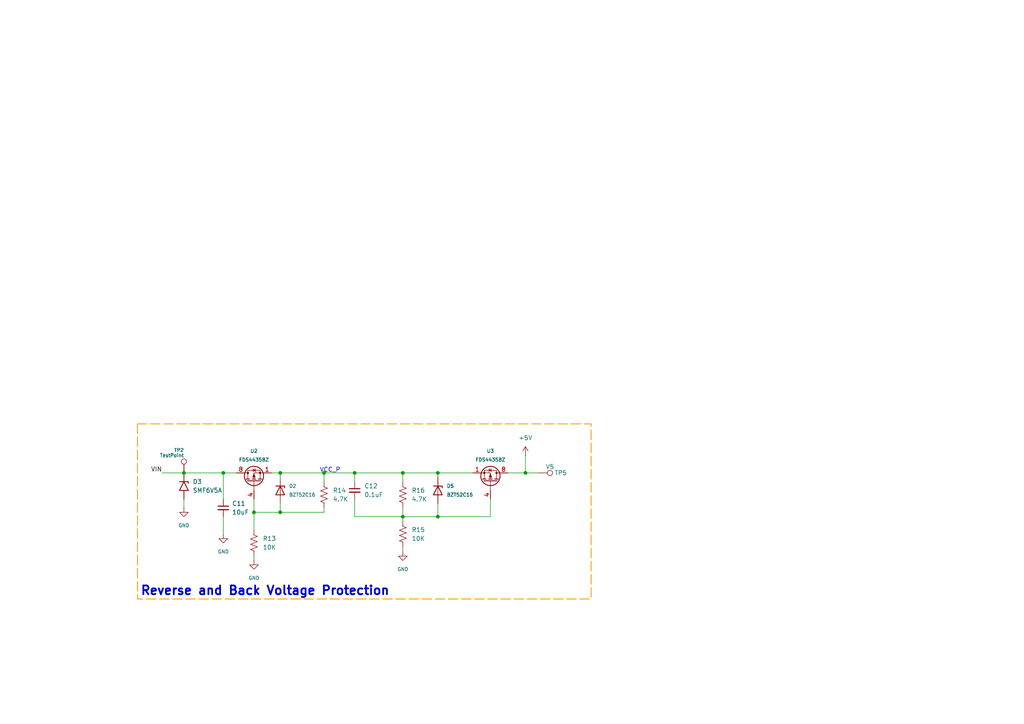
<source format=kicad_sch>
(kicad_sch (version 20250114) (generator "eeschema") (generator_version "9.0")
  (paper "A4")
  (lib_symbols
    (symbol "Connector:TestPoint" (pin_numbers (hide yes)) (pin_names (offset 0.762) (hide yes))
      (property "Reference" "TP" (at 0 6.858 0))
      (property "Value" "TestPoint" (at 0 5.08 0))
      (symbol "TestPoint_0_1"
        (circle (center 0 3.302) (radius 0.762))
      )
      (symbol "TestPoint_1_1"
        (pin passive line (at 0 0 90) (length 2.54) (name "1") (number "1"))
      )
    )
    (symbol "Device:C_Small" (pin_numbers (hide yes)) (pin_names (offset 0.254) (hide yes))
      (property "Reference" "C" (at 0.254 1.778 0))
      (property "Value" "C_Small" (at 0.254 -2.032 0))
      (symbol "C_Small_0_1"
        (polyline (pts (xy -1.524 0.508) (xy 1.524 0.508)) (stroke (width 0.3048)))
        (polyline (pts (xy -1.524 -0.508) (xy 1.524 -0.508)) (stroke (width 0.3302)))
      )
      (symbol "C_Small_1_1"
        (pin passive line (at 0 2.54 270) (length 2.032) (name "~") (number "1"))
        (pin passive line (at 0 -2.54 90) (length 2.032) (name "~") (number "2"))
      )
    )
    (symbol "Device:R_US" (pin_numbers (hide yes)) (pin_names (offset 0))
      (property "Reference" "R" (at 2.54 0 90))
      (property "Value" "R_US" (at -2.54 0 90))
      (symbol "R_US_0_1"
        (polyline (pts (xy 0 2.286) (xy 0 2.54)))
        (polyline (pts (xy 0 2.286) (xy 1.016 1.905) (xy 0 1.524) (xy -1.016 1.143) (xy 0 0.762)))
        (polyline (pts (xy 0 0.762) (xy 1.016 0.381) (xy 0 0) (xy -1.016 -0.381) (xy 0 -0.762)))
        (polyline (pts (xy 0 -0.762) (xy 1.016 -1.143) (xy 0 -1.524) (xy -1.016 -1.905) (xy 0 -2.286)))
        (polyline (pts (xy 0 -2.286) (xy 0 -2.54)))
      )
      (symbol "R_US_1_1"
        (pin passive line (at 0 3.81 270) (length 1.27) (name "~") (number "1"))
        (pin passive line (at 0 -3.81 90) (length 1.27) (name "~") (number "2"))
      )
    )
    (symbol "Diode:BZT52Bxx" (pin_numbers (hide yes)) (pin_names (hide yes))
      (property "Reference" "D" (at 0 2.54 0))
      (property "Value" "BZT52Bxx" (at 0 -2.54 0))
      (symbol "BZT52Bxx_0_1"
        (polyline (pts (xy -1.27 -1.27) (xy -1.27 1.27) (xy -0.762 1.27)) (stroke (width 0.254)))
        (polyline (pts (xy 1.27 0) (xy -1.27 0)))
        (polyline (pts (xy 1.27 -1.27) (xy 1.27 1.27) (xy -1.27 0) (xy 1.27 -1.27)) (stroke (width 0.254)))
      )
      (symbol "BZT52Bxx_1_1"
        (pin passive line (at -3.81 0 0) (length 2.54) (name "K") (number "1"))
        (pin passive line (at 3.81 0 180) (length 2.54) (name "A") (number "2"))
      )
    )
    (symbol "Diode:SMF6V5A" (pin_numbers (hide yes)) (pin_names (offset 1.016) (hide yes))
      (property "Reference" "D" (at 0 2.54 0))
      (property "Value" "SMF6V5A" (at 0 -2.54 0))
      (symbol "SMF6V5A_0_1"
        (polyline (pts (xy -0.762 1.27) (xy -1.27 1.27) (xy -1.27 -1.27)) (stroke (width 0.254)))
        (polyline (pts (xy 1.27 1.27) (xy 1.27 -1.27) (xy -1.27 0) (xy 1.27 1.27)) (stroke (width 0.254)))
      )
      (symbol "SMF6V5A_1_1"
        (pin passive line (at -3.81 0 0) (length 2.54) (name "A1") (number "1"))
        (pin passive line (at 3.81 0 180) (length 2.54) (name "A2") (number "2"))
      )
    )
    (symbol "index:FDS4435BZ" (pin_names (hide yes))
      (property "Reference" "Q" (at 5.08 1.905 0))
      (property "Value" "FDS4435BZ" (at 5.08 0 0))
      (symbol "FDS4435BZ_0_1"
        (polyline (pts (xy 0.254 1.905) (xy 0.254 -1.905)) (stroke (width 0.254)))
        (polyline (pts (xy 0.254 0) (xy -2.54 0)))
        (polyline (pts (xy 0.762 2.286) (xy 0.762 1.27)) (stroke (width 0.254)))
        (polyline (pts (xy 0.762 1.778) (xy 3.302 1.778) (xy 3.302 -1.778) (xy 0.762 -1.778)))
        (polyline (pts (xy 0.762 0.508) (xy 0.762 -0.508)) (stroke (width 0.254)))
        (polyline (pts (xy 0.762 -1.27) (xy 0.762 -2.286)) (stroke (width 0.254)))
        (circle (center 1.651 0) (radius 2.794) (stroke (width 0.254)))
        (polyline (pts (xy 2.286 0) (xy 1.27 0.381) (xy 1.27 -0.381) (xy 2.286 0)) (fill (type outline)))
        (polyline (pts (xy 2.54 2.54) (xy 2.54 1.778)))
        (circle (center 2.54 1.778) (radius 0.254) (fill (type outline)))
        (circle (center 2.54 -1.778) (radius 0.254) (fill (type outline)))
        (polyline (pts (xy 2.54 -2.54) (xy 2.54 0) (xy 0.762 0)))
        (polyline (pts (xy 2.794 -0.508) (xy 2.921 -0.381) (xy 3.683 -0.381) (xy 3.81 -0.254)))
        (polyline (pts (xy 3.302 -0.381) (xy 2.921 0.254) (xy 3.683 0.254) (xy 3.302 -0.381)))
      )
      (symbol "FDS4435BZ_1_1"
        (pin passive line (at -5.08 0 0) (length 2.54) (name "G") (number "4"))
        (pin passive line (at 2.54 5.08 270) (length 2.54) (hide yes) (name "D") (number "5"))
        (pin passive line (at 2.54 5.08 270) (length 2.54) (hide yes) (name "D") (number "6"))
        (pin passive line (at 2.54 5.08 270) (length 2.54) (hide yes) (name "D") (number "7"))
        (pin passive line (at 2.54 5.08 270) (length 2.54) (name "D") (number "8"))
        (pin passive line (at 2.54 -5.08 90) (length 2.54) (name "S") (number "1"))
        (pin passive line (at 2.54 -5.08 90) (length 2.54) (hide yes) (name "S") (number "2"))
        (pin passive line (at 2.54 -5.08 90) (length 2.54) (hide yes) (name "S") (number "3"))
      )
    )
    (symbol "power:+5V" (power) (pin_numbers (hide yes)) (pin_names (offset 0) (hide yes))
      (property "Value" "+5V" (at 0 3.556 0))
      (symbol "+5V_0_1"
        (polyline (pts (xy -0.762 1.27) (xy 0 2.54)))
        (polyline (pts (xy 0 2.54) (xy 0.762 1.27)))
        (polyline (pts (xy 0 0) (xy 0 2.54)))
      )
      (symbol "+5V_1_1"
        (pin power_in line (at 0 0 90) (length 0) (name "~") (number "1"))
      )
    )
    (symbol "power:GND" (power) (pin_numbers (hide yes)) (pin_names (offset 0) (hide yes))
      (property "Value" "GND" (at 0 -3.81 0))
      (symbol "GND_0_1"
        (polyline (pts (xy 0 0) (xy 0 -1.27) (xy 1.27 -1.27) (xy 0 -2.54) (xy -1.27 -1.27) (xy 0 -1.27)))
      )
      (symbol "GND_1_1"
        (pin power_in line (at 0 0 270) (length 0) (name "~") (number "1"))
      )
    )
  )
  (rectangle (start 39.878 122.936) (end 171.45 173.736) (stroke (width 0.254) (type dash) (color 255 153 0 1)))
  (text "VCC_P" (at 92.71 137.16 0) (effects (font (size 1.27 1.27)) (justify left bottom)))
  (text "Reverse and Back Voltage Protection" (at 40.64 171.45 0) (effects (font (size 2.54 2.54) (thickness 0.508) (bold yes)) (justify left)))
  (junction (at 102.87 137.16))
  (junction (at 81.28 137.16))
  (junction (at 64.77 137.16))
  (junction (at 81.28 148.59))
  (junction (at 116.84 137.16))
  (junction (at 127 137.16))
  (junction (at 116.84 149.86))
  (junction (at 152.4 137.16))
  (junction (at 127 149.86))
  (junction (at 53.34 137.16))
  (junction (at 73.66 148.59))
  (junction (at 93.98 137.16))
  (wire (pts (xy 102.87 137.16) (xy 102.87 139.7)))
  (wire (pts (xy 73.66 161.29) (xy 73.66 162.56)))
  (wire (pts (xy 116.84 158.75) (xy 116.84 160.02)))
  (wire (pts (xy 81.28 146.05) (xy 81.28 148.59)))
  (wire (pts (xy 64.77 149.86) (xy 64.77 154.94)))
  (wire (pts (xy 46.99 137.16) (xy 53.34 137.16)))
  (wire (pts (xy 93.98 137.16) (xy 93.98 139.7)))
  (wire (pts (xy 127 138.43) (xy 127 137.16)))
  (wire (pts (xy 73.66 144.78) (xy 73.66 148.59)))
  (wire (pts (xy 81.28 148.59) (xy 73.66 148.59)))
  (wire (pts (xy 53.34 144.78) (xy 53.34 147.32)))
  (wire (pts (xy 73.66 148.59) (xy 73.66 153.67)))
  (wire (pts (xy 102.87 144.78) (xy 102.87 149.86)))
  (wire (pts (xy 116.84 149.86) (xy 127 149.86)))
  (wire (pts (xy 81.28 137.16) (xy 93.98 137.16)))
  (wire (pts (xy 116.84 149.86) (xy 116.84 151.13)))
  (wire (pts (xy 93.98 148.59) (xy 81.28 148.59)))
  (wire (pts (xy 81.28 137.16) (xy 81.28 138.43)))
  (wire (pts (xy 102.87 137.16) (xy 116.84 137.16)))
  (wire (pts (xy 93.98 137.16) (xy 102.87 137.16)))
  (wire (pts (xy 116.84 147.32) (xy 116.84 149.86)))
  (wire (pts (xy 116.84 137.16) (xy 127 137.16)))
  (wire (pts (xy 93.98 147.32) (xy 93.98 148.59)))
  (wire (pts (xy 116.84 137.16) (xy 116.84 139.7)))
  (wire (pts (xy 78.74 137.16) (xy 81.28 137.16)))
  (wire (pts (xy 142.24 144.78) (xy 142.24 149.86)))
  (wire (pts (xy 127 137.16) (xy 137.16 137.16)))
  (wire (pts (xy 64.77 137.16) (xy 68.58 137.16)))
  (wire (pts (xy 127 146.05) (xy 127 149.86)))
  (wire (pts (xy 64.77 137.16) (xy 64.77 144.78)))
  (wire (pts (xy 147.32 137.16) (xy 152.4 137.16)))
  (wire (pts (xy 142.24 149.86) (xy 127 149.86)))
  (wire (pts (xy 53.34 137.16) (xy 64.77 137.16)))
  (wire (pts (xy 152.4 137.16) (xy 156.21 137.16)))
  (wire (pts (xy 152.4 132.08) (xy 152.4 137.16)))
  (wire (pts (xy 102.87 149.86) (xy 116.84 149.86)))
  (label "VIN" (at 46.99 137.16 180))
  (symbol (lib_id "index:FDS4435BZ") (at 73.66 139.7 90) (unit 1)
    (property "Reference" "U2" (at 73.66 130.81 90) (effects (font (size 1 1))))
    (property "Value" "FDS4435BZ" (at 73.66 133.35 90) (effects (font (size 1 1))))
    (property "Footprint" "Package_SO:SO-8_3.9x4.9mm_P1.27mm" (effects (hide yes)))
    (property "JLCPCB" "C23931" (effects (hide yes)))
    (property "LCSC" "C23931" (effects (hide yes)))
    (property "Digikey" "FDS4435BZCT-ND" (effects (hide yes)))
    (property "Mouser" "512-FDS4435BZ" (effects (hide yes)))
    (property "Notes" "30V/8A" (effects (hide yes)))
  )
  (symbol (lib_id "Connector:TestPoint") (at 53.34 137.16 0) (mirror y) (unit 1)
    (property "Reference" "TP2" (at 53.34 130.556 0) (effects (font (size 1 1)) (justify left)))
    (property "Value" "TestPoint" (at 53.34 132.08 0) (effects (font (size 1 1)) (justify left)))
    (property "Footprint" "TestPoint:TestPoint_Pad_D2.0mm" (effects (hide yes)))
    (property "Description" "test point" (effects (hide yes)))
  )
  (symbol (lib_id "power:GND") (at 116.84 160.02 0) (unit 1)
    (property "Reference" "#PWR012" (effects (hide yes)))
    (property "Value" "GND" (at 116.84 165.1 0) (effects (font (size 1 1))))
  )
  (symbol (lib_id "Diode:BZT52Bxx") (at 81.28 142.24 270) (unit 1)
    (property "Reference" "D2" (at 83.82 140.97 90) (effects (font (size 1 1)) (justify left)))
    (property "Value" "BZT52C16" (at 83.82 143.51 90) (effects (font (size 1 1)) (justify left)))
    (property "Footprint" "Diode_SMD:D_SOD-123" (effects (hide yes)))
    (property "Datasheet" "https://diotec.com/tl_files/diotec/files/pdf/datasheets/bzt52b2v4.pdf" (effects (hide yes)))
    (property "JLCPCB" "C216724" (effects (hide yes)))
    (property "LCSC" "C216724" (effects (hide yes)))
    (property "Notes" "16V" (effects (hide yes)))
  )
  (symbol (lib_id "power:GND") (at 64.77 154.94 0) (unit 1)
    (property "Reference" "#PWR09" (effects (hide yes)))
    (property "Value" "GND" (at 64.77 160.02 0) (effects (font (size 1 1))))
  )
  (symbol (lib_id "Device:R_US") (at 116.84 154.94 0) (unit 1)
    (property "Reference" "R15" (at 119.38 153.6699 0) (effects (justify left)))
    (property "Value" "10K" (at 119.38 156.2099 0) (effects (justify left)))
    (property "Footprint" "Resistor_SMD:R_0603_1608Metric" (effects (hide yes)))
    (property "Description" "100mW Thick Film Resistors 75V ±100ppm/℃ ±5% 10kΩ 0603 Chip Resistor" (effects (hide yes)))
    (property "LCSC_PN" "C2930027" (effects (hide yes)))
    (property "MF" "FOJAN" (effects (hide yes)))
    (property "MPN" "FRC0603J103 TS" (effects (hide yes)))
  )
  (symbol (lib_id "Device:R_US") (at 73.66 157.48 0) (unit 1)
    (property "Reference" "R13" (at 76.2 156.2099 0) (effects (justify left)))
    (property "Value" "10K" (at 76.2 158.7499 0) (effects (justify left)))
    (property "Footprint" "Resistor_SMD:R_0603_1608Metric" (effects (hide yes)))
    (property "Description" "100mW Thick Film Resistors 75V ±100ppm/℃ ±5% 10kΩ 0603 Chip Resistor" (effects (hide yes)))
    (property "LCSC_PN" "C2930027" (effects (hide yes)))
    (property "MF" "FOJAN" (effects (hide yes)))
    (property "MPN" "FRC0603J103 TS" (effects (hide yes)))
  )
  (symbol (lib_id "Device:R_US") (at 93.98 143.51 0) (unit 1)
    (property "Reference" "R14" (at 96.52 142.2399 0) (effects (justify left)))
    (property "Value" "4.7K" (at 96.52 144.7799 0) (effects (justify left)))
    (property "Footprint" "Resistor_SMD:R_0603_1608Metric" (effects (hide yes)))
    (property "Description" "100mW Thick Film Resistors 75V ±100ppm/℃ ±5% 4.7kΩ 0603 Chip Resistor" (effects (hide yes)))
    (property "LCSC_PN" "C2907166" (effects (hide yes)))
    (property "MF" "FOJAN" (effects (hide yes)))
    (property "MPN" "FRC0603J472 TS" (effects (hide yes)))
  )
  (symbol (lib_id "Device:C_Small") (at 64.77 147.32 0) (unit 1)
    (property "Reference" "C11" (at 67.31 146.05 0) (effects (justify left)))
    (property "Value" "10uF" (at 67.31 148.59 0) (effects (justify left)))
    (property "Footprint" "Capacitor_SMD:C_0603_1608Metric" (effects (hide yes)))
    (property "Description" "16V 10uF X5R ±20% 0603 Multilayer Ceramic Capacitors MLCC" (effects (hide yes)))
    (property "LCSC_PN" "C92487" (effects (hide yes)))
    (property "MF" "Samsung" (effects (hide yes)))
    (property "MPN" "CL10A106MO8NQNC" (effects (hide yes)))
  )
  (symbol (lib_id "power:+5V") (at 152.4 132.08 0) (unit 1)
    (property "Reference" "#PWR011" (effects (hide yes)))
    (property "Value" "+5V" (at 152.4 127 0))
    (property "Description" "Power symbol creates a global label with name \"+5V\"" (effects (hide yes)))
  )
  (symbol (lib_id "index:FDS4435BZ") (at 142.24 139.7 270) (mirror x) (unit 1)
    (property "Reference" "U3" (at 142.24 130.81 90) (effects (font (size 1 1))))
    (property "Value" "FDS4435BZ" (at 142.24 133.35 90) (effects (font (size 1 1))))
    (property "Footprint" "Package_SO:SO-8_3.9x4.9mm_P1.27mm" (effects (hide yes)))
    (property "JLCPCB" "C23931" (effects (hide yes)))
    (property "LCSC" "C23931" (effects (hide yes)))
    (property "Digikey" "FDS4435BZCT-ND" (effects (hide yes)))
    (property "Mouser" "512-FDS4435BZ" (effects (hide yes)))
    (property "Notes" "30V/8A" (effects (hide yes)))
  )
  (symbol (lib_id "Device:C_Small") (at 102.87 142.24 0) (unit 1)
    (property "Reference" "C12" (at 105.664 140.97 0) (effects (justify left)))
    (property "Value" "0.1uF" (at 105.664 143.51 0) (effects (justify left)))
    (property "Footprint" "Capacitor_SMD:C_0603_1608Metric" (effects (hide yes)))
    (property "Description" "Unpolarized capacitor" (effects (hide yes)))
    (property "LCSC_PN" "C66501" (effects (hide yes)))
    (property "MF" "Samsung" (effects (hide yes)))
    (property "MPN" "CL10B104KO8NNNC" (effects (hide yes)))
  )
  (symbol (lib_id "Device:R_US") (at 116.84 143.51 0) (unit 1)
    (property "Reference" "R16" (at 119.38 142.2399 0) (effects (justify left)))
    (property "Value" "4.7K" (at 119.38 144.7799 0) (effects (justify left)))
    (property "Footprint" "Resistor_SMD:R_0603_1608Metric" (effects (hide yes)))
    (property "Description" "100mW Thick Film Resistors 75V ±100ppm/℃ ±5% 4.7kΩ 0603 Chip Resistor" (effects (hide yes)))
    (property "LCSC_PN" "C2907166" (effects (hide yes)))
    (property "MF" "FOJAN" (effects (hide yes)))
    (property "MPN" "FRC0603J472 TS" (effects (hide yes)))
  )
  (symbol (lib_id "power:GND") (at 53.34 147.32 0) (unit 1)
    (property "Reference" "#PWR013" (effects (hide yes)))
    (property "Value" "GND" (at 53.34 152.4 0) (effects (font (size 1 1))))
  )
  (symbol (lib_id "Diode:SMF6V5A") (at 53.34 140.97 270) (unit 1)
    (property "Reference" "D3" (at 55.88 139.6999 90) (effects (justify left)))
    (property "Value" "SMF6V5A" (at 55.88 142.2399 90) (effects (justify left)))
    (property "Footprint" "Diode_SMD:D_SMF" (effects (hide yes)))
    (property "Datasheet" "https://www.vishay.com/doc?85881" (effects (hide yes)))
    (property "Description" "200W unidirectional Transil Transient Voltage Suppressor, 6.5Vrwm, SMF" (effects (hide yes)))
  )
  (symbol (lib_id "Connector:TestPoint") (at 156.21 137.16 270) (unit 1)
    (property "Reference" "TP5" (at 160.782 137.16 90) (effects (justify left)))
    (property "Value" "V5" (at 158.242 135.382 90) (effects (justify left)))
    (property "Footprint" "TestPoint:TestPoint_Pad_D1.0mm" (effects (hide yes)))
    (property "Description" "test point" (effects (hide yes)))
  )
  (symbol (lib_id "power:GND") (at 73.66 162.56 0) (unit 1)
    (property "Reference" "#PWR010" (effects (hide yes)))
    (property "Value" "GND" (at 73.66 167.64 0) (effects (font (size 1 1))))
  )
  (symbol (lib_id "Diode:BZT52Bxx") (at 127 142.24 270) (unit 1)
    (property "Reference" "D5" (at 129.54 140.97 90) (effects (font (size 1 1)) (justify left)))
    (property "Value" "BZT52C16" (at 129.54 143.51 90) (effects (font (size 1 1)) (justify left)))
    (property "Footprint" "Diode_SMD:D_SOD-123" (effects (hide yes)))
    (property "Datasheet" "https://diotec.com/tl_files/diotec/files/pdf/datasheets/bzt52b2v4.pdf" (effects (hide yes)))
    (property "JLCPCB" "C216724" (effects (hide yes)))
    (property "LCSC" "C216724" (effects (hide yes)))
    (property "Notes" "16V" (effects (hide yes)))
  )
)
</source>
